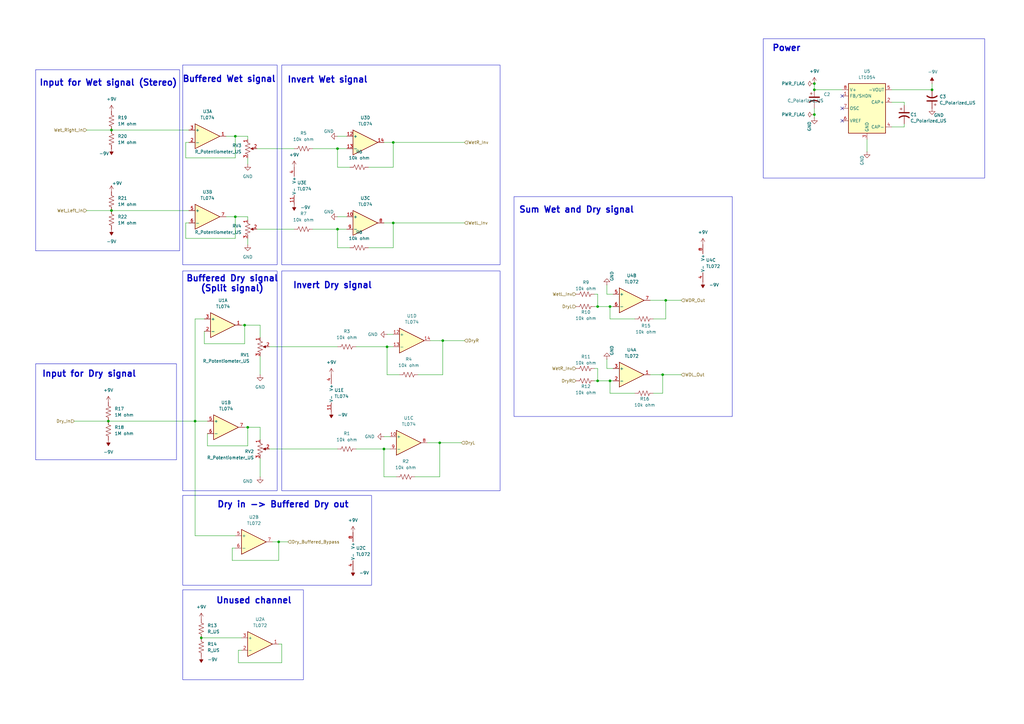
<source format=kicad_sch>
(kicad_sch (version 20250114) (generator "eeschema") (generator_version "9.0")
  (paper "A3")
  (title_block (title "WetDWetD") (rev "1.0") (company "Jun"))
  (lib_symbols
    (symbol "Amplifier_Operational:TL072" (pin_names (offset 0.127))
      (property "Reference" "U" (at 0 5.08 0))
      (property "Value" "TL072" (at 0 -5.08 0))
      (symbol "TL072_1_1"
        (polyline (pts (xy -5.08 5.08) (xy 5.08 0) (xy -5.08 -5.08) (xy -5.08 5.08)) (stroke (width 0.254)) (fill (type background)))
        (pin input line (at -7.62 2.54 0) (length 2.54) (name "+") (number "3"))
        (pin input line (at -7.62 -2.54 0) (length 2.54) (name "-") (number "2"))
        (pin output line (at 7.62 0 180) (length 2.54) (name "~") (number "1"))
      )
      (symbol "TL072_2_1"
        (polyline (pts (xy -5.08 5.08) (xy 5.08 0) (xy -5.08 -5.08) (xy -5.08 5.08)) (stroke (width 0.254)) (fill (type background)))
        (pin input line (at -7.62 2.54 0) (length 2.54) (name "+") (number "5"))
        (pin input line (at -7.62 -2.54 0) (length 2.54) (name "-") (number "6"))
        (pin output line (at 7.62 0 180) (length 2.54) (name "~") (number "7"))
      )
      (symbol "TL072_3_1"
        (pin power_in line (at -2.54 7.62 270) (length 3.81) (name "V+") (number "8"))
        (pin power_in line (at -2.54 -7.62 90) (length 3.81) (name "V-") (number "4"))
      )
    )
    (symbol "Amplifier_Operational:TL074" (pin_names (offset 0.127))
      (property "Reference" "U" (at 0 5.08 0))
      (property "Value" "TL074" (at 0 -5.08 0))
      (symbol "TL074_1_1"
        (polyline (pts (xy -5.08 5.08) (xy 5.08 0) (xy -5.08 -5.08) (xy -5.08 5.08)) (stroke (width 0.254)) (fill (type background)))
        (pin input line (at -7.62 2.54 0) (length 2.54) (name "+") (number "3"))
        (pin input line (at -7.62 -2.54 0) (length 2.54) (name "-") (number "2"))
        (pin output line (at 7.62 0 180) (length 2.54) (name "~") (number "1"))
      )
      (symbol "TL074_2_1"
        (polyline (pts (xy -5.08 5.08) (xy 5.08 0) (xy -5.08 -5.08) (xy -5.08 5.08)) (stroke (width 0.254)) (fill (type background)))
        (pin input line (at -7.62 2.54 0) (length 2.54) (name "+") (number "5"))
        (pin input line (at -7.62 -2.54 0) (length 2.54) (name "-") (number "6"))
        (pin output line (at 7.62 0 180) (length 2.54) (name "~") (number "7"))
      )
      (symbol "TL074_3_1"
        (polyline (pts (xy -5.08 5.08) (xy 5.08 0) (xy -5.08 -5.08) (xy -5.08 5.08)) (stroke (width 0.254)) (fill (type background)))
        (pin input line (at -7.62 2.54 0) (length 2.54) (name "+") (number "10"))
        (pin input line (at -7.62 -2.54 0) (length 2.54) (name "-") (number "9"))
        (pin output line (at 7.62 0 180) (length 2.54) (name "~") (number "8"))
      )
      (symbol "TL074_4_1"
        (polyline (pts (xy -5.08 5.08) (xy 5.08 0) (xy -5.08 -5.08) (xy -5.08 5.08)) (stroke (width 0.254)) (fill (type background)))
        (pin input line (at -7.62 2.54 0) (length 2.54) (name "+") (number "12"))
        (pin input line (at -7.62 -2.54 0) (length 2.54) (name "-") (number "13"))
        (pin output line (at 7.62 0 180) (length 2.54) (name "~") (number "14"))
      )
      (symbol "TL074_5_1"
        (pin power_in line (at -2.54 7.62 270) (length 3.81) (name "V+") (number "4"))
        (pin power_in line (at -2.54 -7.62 90) (length 3.81) (name "V-") (number "11"))
      )
    )
    (symbol "Device:C_Polarized_US" (pin_numbers (hide yes)) (pin_names (offset 0.254) (hide yes))
      (property "Reference" "C" (at 0.635 2.54 0))
      (property "Value" "C_Polarized_US" (at 0.635 -2.54 0))
      (symbol "C_Polarized_US_0_1"
        (polyline (pts (xy -2.032 0.762) (xy 2.032 0.762)) (stroke (width 0.508)))
        (polyline (pts (xy -1.778 2.286) (xy -0.762 2.286)))
        (polyline (pts (xy -1.27 1.778) (xy -1.27 2.794)))
        (arc (start -2.032 -1.27) (mid 0 -0.5572) (end 2.032 -1.27) (stroke (width 0.508)))
      )
      (symbol "C_Polarized_US_1_1"
        (pin passive line (at 0 3.81 270) (length 2.794) (name "~") (number "1"))
        (pin passive line (at 0 -3.81 90) (length 3.302) (name "~") (number "2"))
      )
    )
    (symbol "Device:R_Potentiometer_US" (pin_names (offset 1.016) (hide yes))
      (property "Reference" "RV" (at -4.445 0 90))
      (property "Value" "R_Potentiometer_US" (at -2.54 0 90))
      (symbol "R_Potentiometer_US_0_1"
        (polyline (pts (xy 0 2.54) (xy 0 2.286)))
        (polyline (pts (xy 0 2.286) (xy 1.016 1.905) (xy 0 1.524) (xy -1.016 1.143) (xy 0 0.762)))
        (polyline (pts (xy 0 0.762) (xy 1.016 0.381) (xy 0 0) (xy -1.016 -0.381) (xy 0 -0.762)))
        (polyline (pts (xy 0 -0.762) (xy 1.016 -1.143) (xy 0 -1.524) (xy -1.016 -1.905) (xy 0 -2.286)))
        (polyline (pts (xy 0 -2.286) (xy 0 -2.54)))
        (polyline (pts (xy 1.143 0) (xy 2.286 0.508) (xy 2.286 -0.508) (xy 1.143 0)) (fill (type outline)))
        (polyline (pts (xy 2.54 0) (xy 1.524 0)))
      )
      (symbol "R_Potentiometer_US_1_1"
        (pin passive line (at 0 3.81 270) (length 1.27) (name "1") (number "1"))
        (pin passive line (at 0 -3.81 90) (length 1.27) (name "3") (number "3"))
        (pin passive line (at 3.81 0 180) (length 1.27) (name "2") (number "2"))
      )
    )
    (symbol "Device:R_US" (pin_numbers (hide yes)) (pin_names (offset 0))
      (property "Reference" "R" (at 2.54 0 90))
      (property "Value" "R_US" (at -2.54 0 90))
      (symbol "R_US_0_1"
        (polyline (pts (xy 0 2.286) (xy 0 2.54)))
        (polyline (pts (xy 0 2.286) (xy 1.016 1.905) (xy 0 1.524) (xy -1.016 1.143) (xy 0 0.762)))
        (polyline (pts (xy 0 0.762) (xy 1.016 0.381) (xy 0 0) (xy -1.016 -0.381) (xy 0 -0.762)))
        (polyline (pts (xy 0 -0.762) (xy 1.016 -1.143) (xy 0 -1.524) (xy -1.016 -1.905) (xy 0 -2.286)))
        (polyline (pts (xy 0 -2.286) (xy 0 -2.54)))
      )
      (symbol "R_US_1_1"
        (pin passive line (at 0 3.81 270) (length 1.27) (name "~") (number "1"))
        (pin passive line (at 0 -3.81 90) (length 1.27) (name "~") (number "2"))
      )
    )
    (symbol "Regulator_SwitchedCapacitor:LT1054"
      (property "Reference" "U" (at -6.604 11.176 0))
      (property "Value" "LT1054" (at 4.318 11.176 0))
      (symbol "LT1054_0_1"
        (rectangle (start -7.62 10.16) (end 7.62 -10.16) (stroke (width 0.254)) (fill (type background)))
      )
      (symbol "LT1054_1_1"
        (pin power_in line (at -10.16 7.62 0) (length 2.54) (name "V+") (number "8"))
        (pin input line (at -10.16 5.08 0) (length 2.54) (name "FB/SHDN") (number "1"))
        (pin input line (at -10.16 0 0) (length 2.54) (name "OSC") (number "7"))
        (pin output line (at -10.16 -5.08 0) (length 2.54) (name "VREF") (number "6"))
        (pin power_in line (at 0 -12.7 90) (length 2.54) (name "GND") (number "3"))
        (pin power_out line (at 10.16 7.62 180) (length 2.54) (name "-VOUT") (number "5"))
        (pin input line (at 10.16 2.54 180) (length 2.54) (name "CAP+") (number "2"))
        (pin input line (at 10.16 -7.62 180) (length 2.54) (name "CAP-") (number "4"))
      )
    )
    (symbol "power:+9V" (power) (pin_numbers (hide yes)) (pin_names (offset 0) (hide yes))
      (property "Value" "+9V" (at 0 3.556 0))
      (symbol "+9V_0_1"
        (polyline (pts (xy -0.762 1.27) (xy 0 2.54)))
        (polyline (pts (xy 0 2.54) (xy 0.762 1.27)))
        (polyline (pts (xy 0 0) (xy 0 2.54)))
      )
      (symbol "+9V_1_1"
        (pin power_in line (at 0 0 90) (length 0) (name "~") (number "1"))
      )
    )
    (symbol "power:-8V" (power) (pin_numbers (hide yes)) (pin_names (offset 0) (hide yes))
      (property "Value" "-8V" (at 0 3.556 0))
      (symbol "-8V_0_0"
        (pin power_in line (at 0 0 90) (length 0) (name "~") (number "1"))
      )
      (symbol "-8V_0_1"
        (polyline (pts (xy 0 0) (xy 0 1.27) (xy 0.762 1.27) (xy 0 2.54) (xy -0.762 1.27) (xy 0 1.27)) (fill (type outline)))
      )
    )
    (symbol "power:GND" (power) (pin_numbers (hide yes)) (pin_names (offset 0) (hide yes))
      (property "Value" "GND" (at 0 -3.81 0))
      (symbol "GND_0_1"
        (polyline (pts (xy 0 0) (xy 0 -1.27) (xy 1.27 -1.27) (xy 0 -2.54) (xy -1.27 -1.27) (xy 0 -1.27)))
      )
      (symbol "GND_1_1"
        (pin power_in line (at 0 0 270) (length 0) (name "~") (number "1"))
      )
    )
    (symbol "power:PWR_FLAG" (power) (pin_numbers (hide yes)) (pin_names (offset 0) (hide yes))
      (property "Value" "PWR_FLAG" (at 0 3.81 0))
      (symbol "PWR_FLAG_0_0"
        (pin power_out line (at 0 0 90) (length 0) (name "~") (number "1"))
      )
      (symbol "PWR_FLAG_0_1"
        (polyline (pts (xy 0 0) (xy 0 1.27) (xy -1.016 1.905) (xy 0 2.54) (xy 1.016 1.905) (xy 0 1.27)))
      )
    )
  )
  (rectangle (start 14.605 149.225) (end 72.39 188.595))
  (rectangle (start 74.93 241.935) (end 124.46 278.765))
  (rectangle (start 74.93 203.2) (end 152.4 240.03))
  (rectangle (start 313.055 15.875) (end 403.86 73.025))
  (rectangle (start 115.57 111.125) (end 205.105 201.295))
  (rectangle (start 210.82 80.645) (end 300.355 170.815))
  (rectangle (start 74.93 26.67) (end 113.665 108.585))
  (rectangle (start 115.57 26.67) (end 205.105 108.585))
  (rectangle (start 74.93 111.125) (end 113.665 201.295))
  (rectangle (start 14.605 28.575) (end 73.66 102.87))
  (text "Invert Wet signal" (at 134.366 32.766 0) (effects (font (size 2.54 2.54) (thickness 0.508) (bold yes))))
  (text "Buffered Dry signal\n(Split signal)" (at 95.25 116.332 0) (effects (font (size 2.54 2.54) (thickness 0.508) (bold yes))))
  (text "Dry in -> Buffered Dry out" (at 116.078 207.01 0) (effects (font (size 2.54 2.54) (thickness 0.508) (bold yes))))
  (text "Power" (at 322.58 19.812 0) (effects (font (size 2.54 2.54) (thickness 0.508) (bold yes))))
  (text "Buffered Wet signal" (at 93.98 32.512 0) (effects (font (size 2.54 2.54) (thickness 0.508) (bold yes))))
  (text "Input for Dry signal" (at 36.576 153.416 0) (effects (font (size 2.54 2.54) (thickness 0.508) (bold yes))))
  (text "Sum Wet and Dry signal" (at 236.474 86.106 0) (effects (font (size 2.54 2.54) (thickness 0.508) (bold yes))))
  (text "Invert Dry signal" (at 136.398 117.094 0) (effects (font (size 2.54 2.54) (thickness 0.508) (bold yes))))
  (text "Input for Wet signal (Stereo)" (at 44.45 34.036 0) (effects (font (size 2.54 2.54) (thickness 0.508) (bold yes))))
  (text "Unused channel" (at 104.14 246.38 0) (effects (font (size 2.54 2.54) (thickness 0.508) (bold yes))))
  (text "비반전 증폭기를 사용하면 합산 증폭기 입력 저항 계산이 문제가됨 " (at 178.816 127.762 0) (effects (font (size 1.27 1.27))))
  (junction (at 96.52 88.9))
  (junction (at 334.01 46.99))
  (junction (at 382.27 36.83))
  (junction (at 138.43 93.98))
  (junction (at 161.29 58.42))
  (junction (at 45.72 53.34))
  (junction (at 245.11 125.73))
  (junction (at 250.19 125.73))
  (junction (at 138.43 60.96))
  (junction (at 100.33 133.35))
  (junction (at 96.52 55.88))
  (junction (at 334.01 34.29))
  (junction (at 114.3 222.25))
  (junction (at 181.61 139.7))
  (junction (at 82.55 261.62))
  (junction (at 80.01 172.72))
  (junction (at 250.19 156.21))
  (junction (at 44.45 172.72))
  (junction (at 45.72 86.36))
  (junction (at 158.75 142.24))
  (junction (at 157.48 184.15))
  (junction (at 271.78 153.67))
  (junction (at 101.6 175.26))
  (junction (at 161.29 91.44))
  (junction (at 273.05 123.19))
  (junction (at 180.34 181.61))
  (junction (at 245.11 156.21))
  (junction (at 334.01 36.83))
  (no_connect (at 345.44 44.45))
  (no_connect (at 345.44 49.53))
  (no_connect (at 345.44 39.37))
  (wire (pts (xy 248.92 116.84) (xy 248.92 120.65)))
  (wire (pts (xy 101.6 175.26) (xy 106.68 175.26)))
  (wire (pts (xy 45.72 86.36) (xy 77.47 86.36)))
  (wire (pts (xy 96.52 88.9) (xy 92.71 88.9)))
  (wire (pts (xy 96.52 64.77) (xy 96.52 55.88)))
  (wire (pts (xy 138.43 60.96) (xy 142.24 60.96)))
  (wire (pts (xy 273.05 123.19) (xy 279.4 123.19)))
  (wire (pts (xy 162.56 195.58) (xy 157.48 195.58)))
  (wire (pts (xy 100.33 133.35) (xy 106.68 133.35)))
  (wire (pts (xy 161.29 101.6) (xy 161.29 91.44)))
  (wire (pts (xy 128.27 60.96) (xy 138.43 60.96)))
  (wire (pts (xy 105.41 93.98) (xy 120.65 93.98)))
  (wire (pts (xy 245.11 156.21) (xy 250.19 156.21)))
  (wire (pts (xy 35.56 53.34) (xy 45.72 53.34)))
  (wire (pts (xy 181.61 139.7) (xy 190.5 139.7)))
  (wire (pts (xy 101.6 182.88) (xy 101.6 175.26)))
  (wire (pts (xy 76.2 64.77) (xy 96.52 64.77)))
  (wire (pts (xy 365.76 52.07) (xy 370.84 52.07)))
  (wire (pts (xy 95.25 229.87) (xy 114.3 229.87)))
  (wire (pts (xy 138.43 93.98) (xy 138.43 101.6)))
  (wire (pts (xy 100.33 133.35) (xy 99.06 133.35)))
  (wire (pts (xy 97.79 271.78) (xy 115.57 271.78)))
  (wire (pts (xy 76.2 97.79) (xy 96.52 97.79)))
  (wire (pts (xy 248.92 147.32) (xy 248.92 151.13)))
  (wire (pts (xy 161.29 68.58) (xy 161.29 58.42)))
  (wire (pts (xy 138.43 60.96) (xy 138.43 68.58)))
  (wire (pts (xy 180.34 181.61) (xy 175.26 181.61)))
  (wire (pts (xy 146.05 184.15) (xy 157.48 184.15)))
  (wire (pts (xy 243.84 125.73) (xy 245.11 125.73)))
  (wire (pts (xy 146.05 142.24) (xy 158.75 142.24)))
  (wire (pts (xy 245.11 125.73) (xy 250.19 125.73)))
  (wire (pts (xy 334.01 36.83) (xy 345.44 36.83)))
  (wire (pts (xy 251.46 120.65) (xy 248.92 120.65)))
  (wire (pts (xy 142.24 88.9) (xy 138.43 88.9)))
  (wire (pts (xy 267.97 130.81) (xy 273.05 130.81)))
  (wire (pts (xy 106.68 175.26) (xy 106.68 180.34)))
  (wire (pts (xy 157.48 184.15) (xy 160.02 184.15)))
  (wire (pts (xy 158.75 142.24) (xy 161.29 142.24)))
  (wire (pts (xy 128.27 93.98) (xy 138.43 93.98)))
  (wire (pts (xy 250.19 130.81) (xy 260.35 130.81)))
  (wire (pts (xy 115.57 271.78) (xy 115.57 264.16)))
  (wire (pts (xy 114.3 229.87) (xy 114.3 222.25)))
  (wire (pts (xy 80.01 172.72) (xy 85.09 172.72)))
  (wire (pts (xy 266.7 123.19) (xy 273.05 123.19)))
  (wire (pts (xy 30.48 172.72) (xy 44.45 172.72)))
  (wire (pts (xy 80.01 172.72) (xy 80.01 219.71)))
  (wire (pts (xy 96.52 88.9) (xy 101.6 88.9)))
  (wire (pts (xy 157.48 91.44) (xy 161.29 91.44)))
  (wire (pts (xy 99.06 266.7) (xy 97.79 266.7)))
  (wire (pts (xy 250.19 156.21) (xy 251.46 156.21)))
  (wire (pts (xy 45.72 53.34) (xy 77.47 53.34)))
  (wire (pts (xy 106.68 133.35) (xy 106.68 138.43)))
  (wire (pts (xy 250.19 125.73) (xy 251.46 125.73)))
  (wire (pts (xy 80.01 219.71) (xy 96.52 219.71)))
  (wire (pts (xy 80.01 130.81) (xy 83.82 130.81)))
  (wire (pts (xy 85.09 182.88) (xy 101.6 182.88)))
  (wire (pts (xy 355.6 57.15) (xy 355.6 62.23)))
  (wire (pts (xy 245.11 120.65) (xy 245.11 125.73)))
  (wire (pts (xy 142.24 55.88) (xy 138.43 55.88)))
  (wire (pts (xy 370.84 50.8) (xy 370.84 52.07)))
  (wire (pts (xy 181.61 153.67) (xy 181.61 139.7)))
  (wire (pts (xy 250.19 156.21) (xy 250.19 161.29)))
  (wire (pts (xy 96.52 224.79) (xy 95.25 224.79)))
  (wire (pts (xy 111.76 222.25) (xy 114.3 222.25)))
  (wire (pts (xy 105.41 60.96) (xy 120.65 60.96)))
  (wire (pts (xy 44.45 172.72) (xy 80.01 172.72)))
  (wire (pts (xy 138.43 93.98) (xy 142.24 93.98)))
  (wire (pts (xy 158.75 153.67) (xy 158.75 142.24)))
  (wire (pts (xy 35.56 86.36) (xy 45.72 86.36)))
  (wire (pts (xy 243.84 151.13) (xy 245.11 151.13)))
  (wire (pts (xy 101.6 90.17) (xy 101.6 88.9)))
  (wire (pts (xy 180.34 195.58) (xy 180.34 181.61)))
  (wire (pts (xy 180.34 181.61) (xy 189.23 181.61)))
  (wire (pts (xy 151.13 101.6) (xy 161.29 101.6)))
  (wire (pts (xy 163.83 153.67) (xy 158.75 153.67)))
  (wire (pts (xy 157.48 195.58) (xy 157.48 184.15)))
  (wire (pts (xy 243.84 156.21) (xy 245.11 156.21)))
  (wire (pts (xy 106.68 187.96) (xy 106.68 195.58)))
  (wire (pts (xy 101.6 97.79) (xy 101.6 100.33)))
  (wire (pts (xy 76.2 91.44) (xy 77.47 91.44)))
  (wire (pts (xy 157.48 179.07) (xy 160.02 179.07)))
  (wire (pts (xy 138.43 68.58) (xy 143.51 68.58)))
  (wire (pts (xy 76.2 91.44) (xy 76.2 97.79)))
  (wire (pts (xy 365.76 36.83) (xy 382.27 36.83)))
  (wire (pts (xy 96.52 55.88) (xy 92.71 55.88)))
  (wire (pts (xy 382.27 34.29) (xy 382.27 36.83)))
  (wire (pts (xy 273.05 130.81) (xy 273.05 123.19)))
  (wire (pts (xy 101.6 64.77) (xy 101.6 67.31)))
  (wire (pts (xy 114.3 222.25) (xy 118.11 222.25)))
  (wire (pts (xy 76.2 58.42) (xy 76.2 64.77)))
  (wire (pts (xy 96.52 55.88) (xy 101.6 55.88)))
  (wire (pts (xy 243.84 120.65) (xy 245.11 120.65)))
  (wire (pts (xy 95.25 224.79) (xy 95.25 229.87)))
  (wire (pts (xy 157.48 58.42) (xy 161.29 58.42)))
  (wire (pts (xy 271.78 161.29) (xy 271.78 153.67)))
  (wire (pts (xy 334.01 48.26) (xy 334.01 46.99)))
  (wire (pts (xy 80.01 130.81) (xy 80.01 172.72)))
  (wire (pts (xy 158.75 137.16) (xy 161.29 137.16)))
  (wire (pts (xy 83.82 135.89) (xy 83.82 140.97)))
  (wire (pts (xy 370.84 41.91) (xy 370.84 43.18)))
  (wire (pts (xy 271.78 153.67) (xy 279.4 153.67)))
  (wire (pts (xy 334.01 46.99) (xy 334.01 44.45)))
  (wire (pts (xy 96.52 97.79) (xy 96.52 88.9)))
  (wire (pts (xy 250.19 125.73) (xy 250.19 130.81)))
  (wire (pts (xy 106.68 146.05) (xy 106.68 153.67)))
  (wire (pts (xy 115.57 264.16) (xy 114.3 264.16)))
  (wire (pts (xy 251.46 151.13) (xy 248.92 151.13)))
  (wire (pts (xy 138.43 101.6) (xy 143.51 101.6)))
  (wire (pts (xy 97.79 266.7) (xy 97.79 271.78)))
  (wire (pts (xy 176.53 139.7) (xy 181.61 139.7)))
  (wire (pts (xy 161.29 58.42) (xy 190.5 58.42)))
  (wire (pts (xy 170.18 195.58) (xy 180.34 195.58)))
  (wire (pts (xy 100.33 140.97) (xy 100.33 133.35)))
  (wire (pts (xy 101.6 57.15) (xy 101.6 55.88)))
  (wire (pts (xy 110.49 184.15) (xy 138.43 184.15)))
  (wire (pts (xy 161.29 91.44) (xy 190.5 91.44)))
  (wire (pts (xy 151.13 68.58) (xy 161.29 68.58)))
  (wire (pts (xy 245.11 151.13) (xy 245.11 156.21)))
  (wire (pts (xy 101.6 175.26) (xy 100.33 175.26)))
  (wire (pts (xy 266.7 153.67) (xy 271.78 153.67)))
  (wire (pts (xy 334.01 34.29) (xy 334.01 36.83)))
  (wire (pts (xy 110.49 142.24) (xy 138.43 142.24)))
  (wire (pts (xy 267.97 161.29) (xy 271.78 161.29)))
  (wire (pts (xy 83.82 140.97) (xy 100.33 140.97)))
  (wire (pts (xy 250.19 161.29) (xy 260.35 161.29)))
  (wire (pts (xy 171.45 153.67) (xy 181.61 153.67)))
  (wire (pts (xy 82.55 261.62) (xy 99.06 261.62)))
  (wire (pts (xy 85.09 177.8) (xy 85.09 182.88)))
  (wire (pts (xy 76.2 58.42) (xy 77.47 58.42)))
  (wire (pts (xy 365.76 41.91) (xy 370.84 41.91)))
  (hierarchical_label "DryL" (shape input) (at 189.23 181.61 0))
  (hierarchical_label "DryR" (shape input) (at 236.22 156.21 180))
  (hierarchical_label "WetR_Inv" (shape input) (at 190.5 58.42 0))
  (hierarchical_label "WetR_Inv" (shape input) (at 236.22 151.13 180))
  (hierarchical_label "Wet_Left_In" (shape input) (at 35.56 86.36 180))
  (hierarchical_label "Dry_In" (shape input) (at 30.48 172.72 180))
  (hierarchical_label "WetL_Inv" (shape input) (at 236.22 120.65 180))
  (hierarchical_label "WDR_Out" (shape input) (at 279.4 123.19 0))
  (hierarchical_label "Dry_Buffered_Bypass" (shape input) (at 118.11 222.25 0))
  (hierarchical_label "DryL" (shape input) (at 236.22 125.73 180))
  (hierarchical_label "DryR" (shape input) (at 190.5 139.7 0))
  (hierarchical_label "Wet_Right_In" (shape input) (at 35.56 53.34 180))
  (hierarchical_label "WDL_Out" (shape input) (at 279.4 153.67 0))
  (hierarchical_label "WetL_Inv" (shape input) (at 190.5 91.44 0))
  (symbol (lib_id "Amplifier_Operational:TL072") (at 290.83 107.95 0) (unit 3)
    (property "Reference" "U4" (at 289.56 106.6799 0) (effects (justify left)))
    (property "Value" "TL072" (at 289.56 109.2199 0) (effects (justify left)))
    (property "Footprint" "Package_DIP:DIP-8_W7.62mm" (effects (hide yes)))
    (property "Datasheet" "http://www.ti.com/lit/ds/symlink/tl071.pdf" (effects (hide yes)))
    (property "Description" "Dual Low-Noise JFET-Input Operational Amplifiers, DIP-8/SOIC-8" (effects (hide yes)))
  )
  (symbol (lib_id "power:-8V") (at 44.45 180.34 180) (unit 1)
    (property "Reference" "#PWR029" (effects (hide yes)))
    (property "Value" "-9V" (at 44.45 185.42 0))
    (property "Description" "Power symbol creates a global label with name \"-8V\"" (effects (hide yes)))
  )
  (symbol (lib_id "Amplifier_Operational:TL074") (at 92.71 175.26 0) (unit 2)
    (property "Reference" "U1" (at 92.71 165.1 0))
    (property "Value" "TL074" (at 92.71 167.64 0))
    (property "Footprint" "Package_DIP:DIP-14_W7.62mm" (effects (hide yes)))
    (property "Datasheet" "http://www.ti.com/lit/ds/symlink/tl071.pdf" (effects (hide yes)))
    (property "Description" "Quad Low-Noise JFET-Input Operational Amplifiers, DIP-14/SOIC-14" (effects (hide yes)))
  )
  (symbol (lib_id "Device:R_US") (at 44.45 168.91 0) (unit 1)
    (property "Reference" "R17" (at 46.99 167.6399 0) (effects (justify left)))
    (property "Value" "1M ohm" (at 46.99 170.1799 0) (effects (justify left)))
    (property "Footprint" "Resistor_THT:R_Axial_DIN0204_L3.6mm_D1.6mm_P7.62mm_Horizontal" (effects (hide yes)))
    (property "Description" "Resistor, US symbol" (effects (hide yes)))
  )
  (symbol (lib_id "power:+9V") (at 120.65 68.58 0) (unit 1)
    (property "Reference" "#PWR021" (effects (hide yes)))
    (property "Value" "+9V" (at 120.65 63.5 0))
    (property "Description" "Power symbol creates a global label with name \"+9V\"" (effects (hide yes)))
  )
  (symbol (lib_id "power:GND") (at 158.75 137.16 270) (unit 1)
    (property "Reference" "#PWR04" (effects (hide yes)))
    (property "Value" "GND" (at 154.94 137.1599 90) (effects (justify right)))
    (property "Description" "Power symbol creates a global label with name \"GND\" , ground" (effects (hide yes)))
  )
  (symbol (lib_id "Amplifier_Operational:TL072") (at 147.32 226.06 0) (unit 3)
    (property "Reference" "U2" (at 146.05 224.7899 0) (effects (justify left)))
    (property "Value" "TL072" (at 146.05 227.3299 0) (effects (justify left)))
    (property "Footprint" "Package_DIP:DIP-8_W7.62mm" (effects (hide yes)))
    (property "Datasheet" "http://www.ti.com/lit/ds/symlink/tl071.pdf" (effects (hide yes)))
    (property "Description" "Dual Low-Noise JFET-Input Operational Amplifiers, DIP-8/SOIC-8" (effects (hide yes)))
  )
  (symbol (lib_id "Amplifier_Operational:TL074") (at 91.44 133.35 0) (unit 1)
    (property "Reference" "U1" (at 91.44 123.19 0))
    (property "Value" "TL074" (at 91.44 125.73 0))
    (property "Footprint" "Package_DIP:DIP-14_W7.62mm" (effects (hide yes)))
    (property "Datasheet" "http://www.ti.com/lit/ds/symlink/tl071.pdf" (effects (hide yes)))
    (property "Description" "Quad Low-Noise JFET-Input Operational Amplifiers, DIP-14/SOIC-14" (effects (hide yes)))
  )
  (symbol (lib_id "Amplifier_Operational:TL074") (at 138.43 161.29 0) (unit 5)
    (property "Reference" "U1" (at 137.16 160.0199 0) (effects (justify left)))
    (property "Value" "TL074" (at 137.16 162.5599 0) (effects (justify left)))
    (property "Footprint" "Package_DIP:DIP-14_W7.62mm" (effects (hide yes)))
    (property "Datasheet" "http://www.ti.com/lit/ds/symlink/tl071.pdf" (effects (hide yes)))
    (property "Description" "Quad Low-Noise JFET-Input Operational Amplifiers, DIP-14/SOIC-14" (effects (hide yes)))
  )
  (symbol (lib_id "Amplifier_Operational:TL074") (at 167.64 181.61 0) (unit 3)
    (property "Reference" "U1" (at 167.64 171.45 0))
    (property "Value" "TL074" (at 167.64 173.99 0))
    (property "Footprint" "Package_DIP:DIP-14_W7.62mm" (effects (hide yes)))
    (property "Datasheet" "http://www.ti.com/lit/ds/symlink/tl071.pdf" (effects (hide yes)))
    (property "Description" "Quad Low-Noise JFET-Input Operational Amplifiers, DIP-14/SOIC-14" (effects (hide yes)))
  )
  (symbol (lib_id "Amplifier_Operational:TL072") (at 104.14 222.25 0) (unit 2)
    (property "Reference" "U2" (at 104.14 212.09 0))
    (property "Value" "TL072" (at 104.14 214.63 0))
    (property "Footprint" "Package_DIP:DIP-8_W7.62mm" (effects (hide yes)))
    (property "Datasheet" "http://www.ti.com/lit/ds/symlink/tl071.pdf" (effects (hide yes)))
    (property "Description" "Dual Low-Noise JFET-Input Operational Amplifiers, DIP-8/SOIC-8" (effects (hide yes)))
  )
  (symbol (lib_id "Device:C_Polarized_US") (at 370.84 46.99 0) (unit 1)
    (property "Reference" "C1" (at 373.38 46.99 0) (effects (justify left)))
    (property "Value" "C_Polarized_US" (at 373.38 49.53 0) (effects (justify left)))
    (property "Footprint" "Capacitor_THT:CP_Radial_D5.0mm_P2.50mm" (effects (hide yes)))
    (property "Description" "Polarized capacitor, US symbol" (effects (hide yes)))
  )
  (symbol (lib_id "power:GND") (at 248.92 147.32 180) (unit 1)
    (property "Reference" "#PWR010" (effects (hide yes)))
    (property "Value" "GND" (at 250.952 145.796 90) (effects (justify right)))
    (property "Description" "Power symbol creates a global label with name \"GND\" , ground" (effects (hide yes)))
  )
  (symbol (lib_id "Amplifier_Operational:TL074") (at 85.09 55.88 0) (unit 1)
    (property "Reference" "U3" (at 85.09 45.72 0))
    (property "Value" "TL074" (at 85.09 48.26 0))
    (property "Footprint" "Package_DIP:DIP-14_W7.62mm" (effects (hide yes)))
    (property "Datasheet" "http://www.ti.com/lit/ds/symlink/tl071.pdf" (effects (hide yes)))
    (property "Description" "Quad Low-Noise JFET-Input Operational Amplifiers, DIP-14/SOIC-14" (effects (hide yes)))
  )
  (symbol (lib_id "power:GND") (at 382.27 44.45 0) (unit 1)
    (property "Reference" "#PWR014" (effects (hide yes)))
    (property "Value" "GND" (at 387.096 47.244 0) (effects (justify right)))
    (property "Description" "Power symbol creates a global label with name \"GND\" , ground" (effects (hide yes)))
  )
  (symbol (lib_id "power:-8V") (at 120.65 83.82 180) (unit 1)
    (property "Reference" "#PWR017" (effects (hide yes)))
    (property "Value" "-9V" (at 123.19 85.0899 0) (effects (justify right)))
    (property "Description" "Power symbol creates a global label with name \"-8V\"" (effects (hide yes)))
  )
  (symbol (lib_id "Amplifier_Operational:TL072") (at 106.68 264.16 0) (unit 1)
    (property "Reference" "U2" (at 106.68 254 0))
    (property "Value" "TL072" (at 106.68 256.54 0))
    (property "Footprint" "Package_DIP:DIP-8_W7.62mm" (effects (hide yes)))
    (property "Datasheet" "http://www.ti.com/lit/ds/symlink/tl071.pdf" (effects (hide yes)))
    (property "Description" "Dual Low-Noise JFET-Input Operational Amplifiers, DIP-8/SOIC-8" (effects (hide yes)))
  )
  (symbol (lib_id "Amplifier_Operational:TL074") (at 168.91 139.7 0) (unit 4)
    (property "Reference" "U1" (at 168.91 129.54 0))
    (property "Value" "TL074" (at 168.91 132.08 0))
    (property "Footprint" "Package_DIP:DIP-14_W7.62mm" (effects (hide yes)))
    (property "Datasheet" "http://www.ti.com/lit/ds/symlink/tl071.pdf" (effects (hide yes)))
    (property "Description" "Quad Low-Noise JFET-Input Operational Amplifiers, DIP-14/SOIC-14" (effects (hide yes)))
  )
  (symbol (lib_id "power:+9V") (at 334.01 34.29 0) (unit 1)
    (property "Reference" "#PWR011" (effects (hide yes)))
    (property "Value" "+9V" (at 334.01 29.21 0))
    (property "Description" "Power symbol creates a global label with name \"+9V\"" (effects (hide yes)))
  )
  (symbol (lib_id "Device:R_US") (at 240.03 120.65 270) (unit 1)
    (property "Reference" "R9" (at 240.284 115.824 90))
    (property "Value" "10k ohm" (at 240.284 118.364 90))
    (property "Footprint" "Resistor_THT:R_Axial_DIN0204_L3.6mm_D1.6mm_P7.62mm_Horizontal" (effects (hide yes)))
    (property "Description" "Resistor, US symbol" (effects (hide yes)))
  )
  (symbol (lib_id "Device:R_US") (at 166.37 195.58 270) (unit 1)
    (property "Reference" "R2" (at 166.37 189.23 90))
    (property "Value" "10k ohm" (at 166.37 191.77 90))
    (property "Footprint" "Resistor_THT:R_Axial_DIN0204_L3.6mm_D1.6mm_P7.62mm_Horizontal" (effects (hide yes)))
    (property "Description" "Resistor, US symbol" (effects (hide yes)))
  )
  (symbol (lib_id "power:+9V") (at 45.72 45.72 0) (unit 1)
    (property "Reference" "#PWR030" (effects (hide yes)))
    (property "Value" "+9V" (at 45.72 40.64 0))
    (property "Description" "Power symbol creates a global label with name \"+9V\"" (effects (hide yes)))
  )
  (symbol (lib_id "power:PWR_FLAG") (at 334.01 46.99 90) (unit 1)
    (property "Reference" "#FLG02" (effects (hide yes)))
    (property "Value" "PWR_FLAG" (at 330.2 46.9899 90) (effects (justify left)))
    (property "Description" "Special symbol for telling ERC where power comes from" (effects (hide yes)))
  )
  (symbol (lib_id "Device:R_US") (at 45.72 49.53 0) (unit 1)
    (property "Reference" "R19" (at 48.26 48.2599 0) (effects (justify left)))
    (property "Value" "1M ohm" (at 48.26 50.7999 0) (effects (justify left)))
    (property "Footprint" "Resistor_THT:R_Axial_DIN0204_L3.6mm_D1.6mm_P7.62mm_Horizontal" (effects (hide yes)))
    (property "Description" "Resistor, US symbol" (effects (hide yes)))
  )
  (symbol (lib_id "Device:R_US") (at 45.72 82.55 0) (unit 1)
    (property "Reference" "R21" (at 48.26 81.2799 0) (effects (justify left)))
    (property "Value" "1M ohm" (at 48.26 83.8199 0) (effects (justify left)))
    (property "Footprint" "Resistor_THT:R_Axial_DIN0204_L3.6mm_D1.6mm_P7.62mm_Horizontal" (effects (hide yes)))
    (property "Description" "Resistor, US symbol" (effects (hide yes)))
  )
  (symbol (lib_id "power:GND") (at 138.43 88.9 270) (unit 1)
    (property "Reference" "#PWR08" (effects (hide yes)))
    (property "Value" "GND" (at 136.906 86.868 90) (effects (justify right)))
    (property "Description" "Power symbol creates a global label with name \"GND\" , ground" (effects (hide yes)))
  )
  (symbol (lib_id "Device:R_US") (at 82.55 265.43 0) (unit 1)
    (property "Reference" "R14" (at 85.09 264.1599 0) (effects (justify left)))
    (property "Value" "R_US" (at 85.09 266.6999 0) (effects (justify left)))
    (property "Footprint" "Resistor_THT:R_Axial_DIN0204_L3.6mm_D1.6mm_P7.62mm_Horizontal" (effects (hide yes)))
    (property "Description" "Resistor, US symbol" (effects (hide yes)))
  )
  (symbol (lib_id "power:GND") (at 138.43 55.88 270) (unit 1)
    (property "Reference" "#PWR06" (effects (hide yes)))
    (property "Value" "GND" (at 136.906 53.848 90) (effects (justify right)))
    (property "Description" "Power symbol creates a global label with name \"GND\" , ground" (effects (hide yes)))
  )
  (symbol (lib_id "power:+9V") (at 45.72 78.74 0) (unit 1)
    (property "Reference" "#PWR032" (effects (hide yes)))
    (property "Value" "+9V" (at 48.006 75.184 0))
    (property "Description" "Power symbol creates a global label with name \"+9V\"" (effects (hide yes)))
  )
  (symbol (lib_id "power:+9V") (at 44.45 165.1 0) (unit 1)
    (property "Reference" "#PWR028" (effects (hide yes)))
    (property "Value" "+9V" (at 44.45 160.02 0))
    (property "Description" "Power symbol creates a global label with name \"+9V\"" (effects (hide yes)))
  )
  (symbol (lib_id "power:GND") (at 106.68 195.58 0) (unit 1)
    (property "Reference" "#PWR02" (effects (hide yes)))
    (property "Value" "GND" (at 101.6 197.358 0))
    (property "Description" "Power symbol creates a global label with name \"GND\" , ground" (effects (hide yes)))
  )
  (symbol (lib_id "power:GND") (at 248.92 116.84 180) (unit 1)
    (property "Reference" "#PWR09" (effects (hide yes)))
    (property "Value" "GND" (at 250.952 115.316 90) (effects (justify right)))
    (property "Description" "Power symbol creates a global label with name \"GND\" , ground" (effects (hide yes)))
  )
  (symbol (lib_id "power:-8V") (at 45.72 93.98 180) (unit 1)
    (property "Reference" "#PWR033" (effects (hide yes)))
    (property "Value" "-9V" (at 45.72 99.06 0))
    (property "Description" "Power symbol creates a global label with name \"-8V\"" (effects (hide yes)))
  )
  (symbol (lib_id "Device:R_Potentiometer_US") (at 101.6 93.98 0) (unit 1)
    (property "Reference" "RV4" (at 99.06 92.7099 0) (effects (justify right)))
    (property "Value" "R_Potentiometer_US" (at 99.06 95.2499 0) (effects (justify right)))
    (property "Footprint" "Potentiometer_THT:Potentiometer_Vishay_T7-YA_Single_Vertical" (effects (hide yes)))
    (property "Description" "Potentiometer, US symbol" (effects (hide yes)))
  )
  (symbol (lib_id "Device:R_US") (at 264.16 130.81 270) (unit 1)
    (property "Reference" "R15" (at 264.922 133.604 90))
    (property "Value" "10k ohm" (at 264.922 136.144 90))
    (property "Footprint" "Resistor_THT:R_Axial_DIN0204_L3.6mm_D1.6mm_P7.62mm_Horizontal" (effects (hide yes)))
    (property "Description" "Resistor, US symbol" (effects (hide yes)))
  )
  (symbol (lib_id "Device:R_US") (at 147.32 101.6 270) (unit 1)
    (property "Reference" "R8" (at 147.32 95.25 90))
    (property "Value" "10k ohm" (at 147.32 97.79 90))
    (property "Footprint" "Resistor_THT:R_Axial_DIN0204_L3.6mm_D1.6mm_P7.62mm_Horizontal" (effects (hide yes)))
    (property "Description" "Resistor, US symbol" (effects (hide yes)))
  )
  (symbol (lib_id "power:-8V") (at 288.29 115.57 180) (unit 1)
    (property "Reference" "#PWR018" (effects (hide yes)))
    (property "Value" "-9V" (at 290.83 116.8399 0) (effects (justify right)))
    (property "Description" "Power symbol creates a global label with name \"-8V\"" (effects (hide yes)))
  )
  (symbol (lib_id "Amplifier_Operational:TL074") (at 85.09 88.9 0) (unit 2)
    (property "Reference" "U3" (at 85.09 78.74 0))
    (property "Value" "TL074" (at 85.09 81.28 0))
    (property "Footprint" "Package_DIP:DIP-14_W7.62mm" (effects (hide yes)))
    (property "Datasheet" "http://www.ti.com/lit/ds/symlink/tl071.pdf" (effects (hide yes)))
    (property "Description" "Quad Low-Noise JFET-Input Operational Amplifiers, DIP-14/SOIC-14" (effects (hide yes)))
  )
  (symbol (lib_id "Device:R_US") (at 147.32 68.58 270) (unit 1)
    (property "Reference" "R6" (at 147.32 62.23 90))
    (property "Value" "10k ohm" (at 147.32 64.77 90))
    (property "Footprint" "Resistor_THT:R_Axial_DIN0204_L3.6mm_D1.6mm_P7.62mm_Horizontal" (effects (hide yes)))
    (property "Description" "Resistor, US symbol" (effects (hide yes)))
  )
  (symbol (lib_id "power:-8V") (at 382.27 34.29 0) (unit 1)
    (property "Reference" "#PWR015" (effects (hide yes)))
    (property "Value" "-9V" (at 380.492 29.464 0) (effects (justify left)))
    (property "Description" "Power symbol creates a global label with name \"-8V\"" (effects (hide yes)))
  )
  (symbol (lib_id "Device:R_US") (at 240.03 156.21 270) (unit 1)
    (property "Reference" "R12" (at 240.284 158.496 90))
    (property "Value" "10k ohm" (at 240.284 161.036 90))
    (property "Footprint" "Resistor_THT:R_Axial_DIN0204_L3.6mm_D1.6mm_P7.62mm_Horizontal" (effects (hide yes)))
    (property "Description" "Resistor, US symbol" (effects (hide yes)))
  )
  (symbol (lib_id "Device:R_Potentiometer_US") (at 101.6 60.96 0) (unit 1)
    (property "Reference" "RV3" (at 99.06 59.6899 0) (effects (justify right)))
    (property "Value" "R_Potentiometer_US" (at 99.06 62.2299 0) (effects (justify right)))
    (property "Footprint" "Potentiometer_THT:Potentiometer_Vishay_T7-YA_Single_Vertical" (effects (hide yes)))
    (property "Description" "Potentiometer, US symbol" (effects (hide yes)))
  )
  (symbol (lib_id "Device:R_Potentiometer_US") (at 106.68 142.24 0) (unit 1)
    (property "Reference" "RV1" (at 102.362 145.542 0) (effects (justify right)))
    (property "Value" "R_Potentiometer_US" (at 102.362 148.082 0) (effects (justify right)))
    (property "Footprint" "Potentiometer_THT:Potentiometer_Vishay_T7-YA_Single_Vertical" (effects (hide yes)))
    (property "Description" "Potentiometer, US symbol" (effects (hide yes)))
  )
  (symbol (lib_id "power:-8V") (at 135.89 168.91 180) (unit 1)
    (property "Reference" "#PWR016" (effects (hide yes)))
    (property "Value" "-9V" (at 138.43 170.1799 0) (effects (justify right)))
    (property "Description" "Power symbol creates a global label with name \"-8V\"" (effects (hide yes)))
  )
  (symbol (lib_id "Device:R_US") (at 167.64 153.67 270) (unit 1)
    (property "Reference" "R4" (at 167.64 147.32 90))
    (property "Value" "10k ohm" (at 167.64 149.86 90))
    (property "Footprint" "Resistor_THT:R_Axial_DIN0204_L3.6mm_D1.6mm_P7.62mm_Horizontal" (effects (hide yes)))
    (property "Description" "Resistor, US symbol" (effects (hide yes)))
  )
  (symbol (lib_id "power:+9V") (at 288.29 100.33 0) (unit 1)
    (property "Reference" "#PWR023" (effects (hide yes)))
    (property "Value" "+9V" (at 288.29 95.25 0))
    (property "Description" "Power symbol creates a global label with name \"+9V\"" (effects (hide yes)))
  )
  (symbol (lib_id "Device:R_US") (at 45.72 57.15 0) (unit 1)
    (property "Reference" "R20" (at 48.26 55.8799 0) (effects (justify left)))
    (property "Value" "1M ohm" (at 48.26 58.4199 0) (effects (justify left)))
    (property "Footprint" "Resistor_THT:R_Axial_DIN0204_L3.6mm_D1.6mm_P7.62mm_Horizontal" (effects (hide yes)))
    (property "Description" "Resistor, US symbol" (effects (hide yes)))
  )
  (symbol (lib_id "Device:R_Potentiometer_US") (at 106.68 184.15 0) (unit 1)
    (property "Reference" "RV2" (at 104.14 185.166 0) (effects (justify right)))
    (property "Value" "R_Potentiometer_US" (at 104.14 187.706 0) (effects (justify right)))
    (property "Footprint" "Potentiometer_THT:Potentiometer_Vishay_T7-YA_Single_Vertical" (effects (hide yes)))
    (property "Description" "Potentiometer, US symbol" (effects (hide yes)))
  )
  (symbol (lib_id "power:GND") (at 355.6 62.23 0) (unit 1)
    (property "Reference" "#PWR012" (effects (hide yes)))
    (property "Value" "GND" (at 353.568 63.754 90) (effects (justify right)))
    (property "Description" "Power symbol creates a global label with name \"GND\" , ground" (effects (hide yes)))
  )
  (symbol (lib_id "Amplifier_Operational:TL072") (at 259.08 123.19 0) (unit 2)
    (property "Reference" "U4" (at 259.08 113.03 0))
    (property "Value" "TL072" (at 259.08 115.57 0))
    (property "Footprint" "Package_DIP:DIP-8_W7.62mm" (effects (hide yes)))
    (property "Datasheet" "http://www.ti.com/lit/ds/symlink/tl071.pdf" (effects (hide yes)))
    (property "Description" "Dual Low-Noise JFET-Input Operational Amplifiers, DIP-8/SOIC-8" (effects (hide yes)))
  )
  (symbol (lib_id "Device:R_US") (at 142.24 142.24 270) (unit 1)
    (property "Reference" "R3" (at 142.24 135.89 90))
    (property "Value" "10k ohm" (at 142.24 138.43 90))
    (property "Footprint" "Resistor_THT:R_Axial_DIN0204_L3.6mm_D1.6mm_P7.62mm_Horizontal" (effects (hide yes)))
    (property "Description" "Resistor, US symbol" (effects (hide yes)))
  )
  (symbol (lib_id "Amplifier_Operational:TL074") (at 149.86 58.42 0) (unit 4)
    (property "Reference" "U3" (at 149.86 48.26 0))
    (property "Value" "TL074" (at 149.86 50.8 0))
    (property "Footprint" "Package_DIP:DIP-14_W7.62mm" (effects (hide yes)))
    (property "Datasheet" "http://www.ti.com/lit/ds/symlink/tl071.pdf" (effects (hide yes)))
    (property "Description" "Quad Low-Noise JFET-Input Operational Amplifiers, DIP-14/SOIC-14" (effects (hide yes)))
  )
  (symbol (lib_id "Device:R_US") (at 124.46 60.96 270) (unit 1)
    (property "Reference" "R5" (at 124.46 54.61 90))
    (property "Value" "10k ohm" (at 124.46 57.15 90))
    (property "Footprint" "Resistor_THT:R_Axial_DIN0204_L3.6mm_D1.6mm_P7.62mm_Horizontal" (effects (hide yes)))
    (property "Description" "Resistor, US symbol" (effects (hide yes)))
  )
  (symbol (lib_id "power:GND") (at 157.48 179.07 270) (unit 1)
    (property "Reference" "#PWR03" (effects (hide yes)))
    (property "Value" "GND" (at 153.67 179.0699 90) (effects (justify right)))
    (property "Description" "Power symbol creates a global label with name \"GND\" , ground" (effects (hide yes)))
  )
  (symbol (lib_id "Amplifier_Operational:TL074") (at 123.19 76.2 0) (unit 5)
    (property "Reference" "U3" (at 121.92 74.9299 0) (effects (justify left)))
    (property "Value" "TL074" (at 121.92 77.4699 0) (effects (justify left)))
    (property "Footprint" "Package_DIP:DIP-14_W7.62mm" (effects (hide yes)))
    (property "Datasheet" "http://www.ti.com/lit/ds/symlink/tl071.pdf" (effects (hide yes)))
    (property "Description" "Quad Low-Noise JFET-Input Operational Amplifiers, DIP-14/SOIC-14" (effects (hide yes)))
  )
  (symbol (lib_id "power:-8V") (at 45.72 60.96 180) (unit 1)
    (property "Reference" "#PWR031" (effects (hide yes)))
    (property "Value" "-9V" (at 42.672 62.992 0))
    (property "Description" "Power symbol creates a global label with name \"-8V\"" (effects (hide yes)))
  )
  (symbol (lib_id "power:+9V") (at 135.89 153.67 0) (unit 1)
    (property "Reference" "#PWR020" (effects (hide yes)))
    (property "Value" "+9V" (at 135.89 148.59 0))
    (property "Description" "Power symbol creates a global label with name \"+9V\"" (effects (hide yes)))
  )
  (symbol (lib_id "power:+9V") (at 82.55 254 0) (unit 1)
    (property "Reference" "#PWR026" (effects (hide yes)))
    (property "Value" "+9V" (at 82.55 248.92 0))
    (property "Description" "Power symbol creates a global label with name \"+9V\"" (effects (hide yes)))
  )
  (symbol (lib_id "Device:C_Polarized_US") (at 334.01 40.64 0) (unit 1)
    (property "Reference" "C2" (at 337.82 38.7349 0) (effects (justify left)))
    (property "Value" "C_Polarized_US" (at 337.82 41.2749 0) (effects (justify right)))
    (property "Footprint" "Capacitor_THT:CP_Radial_D5.0mm_P2.50mm" (effects (hide yes)))
    (property "Description" "Polarized capacitor, US symbol" (effects (hide yes)))
  )
  (symbol (lib_id "Regulator_SwitchedCapacitor:LT1054") (at 355.6 44.45 0) (unit 1)
    (property "Reference" "U5" (at 355.6 29.21 0))
    (property "Value" "LT1054" (at 355.6 31.75 0))
    (property "Footprint" "Package_DIP:DIP-8_W7.62mm" (effects (hide yes)))
    (property "Datasheet" "https://www.analog.com/media/en/technical-documentation/data-sheets/1054lfh.pdf" (effects (hide yes)))
    (property "Description" "Switched-Capacitor Voltage Converter with Regulator, output current 100mA, operating range 3.5V to 15V, low loss 1.1V at 100mA, DIP-8/SO-8" (effects (hide yes)))
  )
  (symbol (lib_id "power:GND") (at 106.68 153.67 0) (unit 1)
    (property "Reference" "#PWR01" (effects (hide yes)))
    (property "Value" "GND" (at 106.68 158.75 0))
    (property "Description" "Power symbol creates a global label with name \"GND\" , ground" (effects (hide yes)))
  )
  (symbol (lib_id "Device:R_US") (at 124.46 93.98 270) (unit 1)
    (property "Reference" "R7" (at 124.46 87.63 90))
    (property "Value" "10k ohm" (at 124.46 90.17 90))
    (property "Footprint" "Resistor_THT:R_Axial_DIN0204_L3.6mm_D1.6mm_P7.62mm_Horizontal" (effects (hide yes)))
    (property "Description" "Resistor, US symbol" (effects (hide yes)))
  )
  (symbol (lib_id "Amplifier_Operational:TL072") (at 259.08 153.67 0) (unit 1)
    (property "Reference" "U4" (at 259.08 143.51 0))
    (property "Value" "TL072" (at 259.08 146.05 0))
    (property "Footprint" "Package_DIP:DIP-8_W7.62mm" (effects (hide yes)))
    (property "Datasheet" "http://www.ti.com/lit/ds/symlink/tl071.pdf" (effects (hide yes)))
    (property "Description" "Dual Low-Noise JFET-Input Operational Amplifiers, DIP-8/SOIC-8" (effects (hide yes)))
  )
  (symbol (lib_id "power:GND") (at 101.6 100.33 0) (unit 1)
    (property "Reference" "#PWR07" (effects (hide yes)))
    (property "Value" "GND" (at 101.6 105.41 0))
    (property "Description" "Power symbol creates a global label with name \"GND\" , ground" (effects (hide yes)))
  )
  (symbol (lib_id "Device:R_US") (at 240.03 125.73 270) (unit 1)
    (property "Reference" "R10" (at 240.284 128.016 90))
    (property "Value" "10k ohm" (at 240.284 130.556 90))
    (property "Footprint" "Resistor_THT:R_Axial_DIN0204_L3.6mm_D1.6mm_P7.62mm_Horizontal" (effects (hide yes)))
    (property "Description" "Resistor, US symbol" (effects (hide yes)))
  )
  (symbol (lib_id "Amplifier_Operational:TL074") (at 149.86 91.44 0) (unit 3)
    (property "Reference" "U3" (at 149.86 81.28 0))
    (property "Value" "TL074" (at 149.86 83.82 0))
    (property "Footprint" "Package_DIP:DIP-14_W7.62mm" (effects (hide yes)))
    (property "Datasheet" "http://www.ti.com/lit/ds/symlink/tl071.pdf" (effects (hide yes)))
    (property "Description" "Quad Low-Noise JFET-Input Operational Amplifiers, DIP-14/SOIC-14" (effects (hide yes)))
  )
  (symbol (lib_id "Device:R_US") (at 264.16 161.29 270) (unit 1)
    (property "Reference" "R16" (at 264.414 163.576 90))
    (property "Value" "10k ohm" (at 264.414 166.116 90))
    (property "Footprint" "Resistor_THT:R_Axial_DIN0204_L3.6mm_D1.6mm_P7.62mm_Horizontal" (effects (hide yes)))
    (property "Description" "Resistor, US symbol" (effects (hide yes)))
  )
  (symbol (lib_id "power:+9V") (at 144.78 218.44 0) (unit 1)
    (property "Reference" "#PWR022" (effects (hide yes)))
    (property "Value" "+9V" (at 144.78 213.36 0))
    (property "Description" "Power symbol creates a global label with name \"+9V\"" (effects (hide yes)))
  )
  (symbol (lib_id "Device:R_US") (at 45.72 90.17 0) (unit 1)
    (property "Reference" "R22" (at 48.26 88.8999 0) (effects (justify left)))
    (property "Value" "1M ohm" (at 48.26 91.4399 0) (effects (justify left)))
    (property "Footprint" "Resistor_THT:R_Axial_DIN0204_L3.6mm_D1.6mm_P7.62mm_Horizontal" (effects (hide yes)))
    (property "Description" "Resistor, US symbol" (effects (hide yes)))
  )
  (symbol (lib_id "power:GND") (at 101.6 67.31 0) (unit 1)
    (property "Reference" "#PWR05" (effects (hide yes)))
    (property "Value" "GND" (at 101.6 72.39 0))
    (property "Description" "Power symbol creates a global label with name \"GND\" , ground" (effects (hide yes)))
  )
  (symbol (lib_id "Device:R_US") (at 142.24 184.15 270) (unit 1)
    (property "Reference" "R1" (at 142.24 177.8 90))
    (property "Value" "10k ohm" (at 142.24 180.34 90))
    (property "Footprint" "Resistor_THT:R_Axial_DIN0204_L3.6mm_D1.6mm_P7.62mm_Horizontal" (effects (hide yes)))
    (property "Description" "Resistor, US symbol" (effects (hide yes)))
  )
  (symbol (lib_id "Device:R_US") (at 44.45 176.53 0) (unit 1)
    (property "Reference" "R18" (at 46.99 175.2599 0) (effects (justify left)))
    (property "Value" "1M ohm" (at 46.99 177.7999 0) (effects (justify left)))
    (property "Footprint" "Resistor_THT:R_Axial_DIN0204_L3.6mm_D1.6mm_P7.62mm_Horizontal" (effects (hide yes)))
    (property "Description" "Resistor, US symbol" (effects (hide yes)))
  )
  (symbol (lib_id "Device:C_Polarized_US") (at 382.27 40.64 180) (unit 1)
    (property "Reference" "C3" (at 385.318 39.624 0) (effects (justify right)))
    (property "Value" "C_Polarized_US" (at 385.318 42.164 0) (effects (justify right)))
    (property "Footprint" "Capacitor_THT:CP_Radial_D5.0mm_P2.50mm" (effects (hide yes)))
    (property "Description" "Polarized capacitor, US symbol" (effects (hide yes)))
  )
  (symbol (lib_id "power:PWR_FLAG") (at 334.01 34.29 90) (unit 1)
    (property "Reference" "#FLG01" (effects (hide yes)))
    (property "Value" "PWR_FLAG" (at 330.2 34.2899 90) (effects (justify left)))
    (property "Description" "Special symbol for telling ERC where power comes from" (effects (hide yes)))
  )
  (symbol (lib_id "Device:R_US") (at 82.55 257.81 0) (unit 1)
    (property "Reference" "R13" (at 85.09 256.5399 0) (effects (justify left)))
    (property "Value" "R_US" (at 85.09 259.0799 0) (effects (justify left)))
    (property "Footprint" "Resistor_THT:R_Axial_DIN0204_L3.6mm_D1.6mm_P7.62mm_Horizontal" (effects (hide yes)))
    (property "Description" "Resistor, US symbol" (effects (hide yes)))
  )
  (symbol (lib_id "Device:R_US") (at 240.03 151.13 270) (unit 1)
    (property "Reference" "R11" (at 240.284 146.304 90))
    (property "Value" "10k ohm" (at 240.284 148.844 90))
    (property "Footprint" "Resistor_THT:R_Axial_DIN0204_L3.6mm_D1.6mm_P7.62mm_Horizontal" (effects (hide yes)))
    (property "Description" "Resistor, US symbol" (effects (hide yes)))
  )
  (symbol (lib_id "power:GND") (at 334.01 48.26 0) (unit 1)
    (property "Reference" "#PWR013" (effects (hide yes)))
    (property "Value" "GND" (at 331.978 49.784 90) (effects (justify right)))
    (property "Description" "Power symbol creates a global label with name \"GND\" , ground" (effects (hide yes)))
  )
  (symbol (lib_id "power:-8V") (at 82.55 269.24 180) (unit 1)
    (property "Reference" "#PWR027" (effects (hide yes)))
    (property "Value" "-9V" (at 85.09 270.5099 0) (effects (justify right)))
    (property "Description" "Power symbol creates a global label with name \"-8V\"" (effects (hide yes)))
  )
  (symbol (lib_id "power:-8V") (at 144.78 233.68 180) (unit 1)
    (property "Reference" "#PWR019" (effects (hide yes)))
    (property "Value" "-9V" (at 147.32 234.9499 0) (effects (justify right)))
    (property "Description" "Power symbol creates a global label with name \"-8V\"" (effects (hide yes)))
  )
)
</source>
